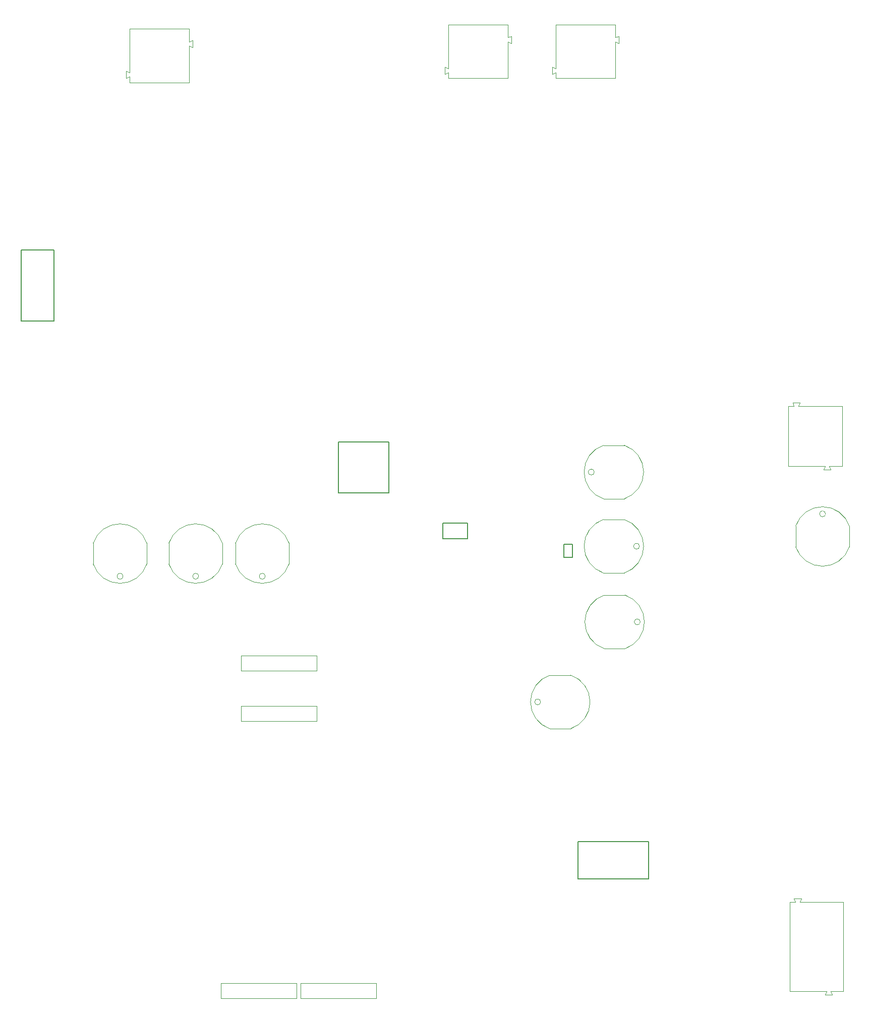
<source format=gbr>
%TF.GenerationSoftware,Altium Limited,Altium Designer,21.6.4 (81)*%
G04 Layer_Color=32768*
%FSLAX43Y43*%
%MOMM*%
%TF.SameCoordinates,76D5CAF9-2094-4FD7-9A7B-915B2AFADFAF*%
%TF.FilePolarity,Positive*%
%TF.FileFunction,Other,Top_3D_Body*%
%TF.Part,Single*%
G01*
G75*
%TA.AperFunction,NonConductor*%
%ADD115C,0.200*%
%ADD126C,0.100*%
D115*
X221745Y33985D02*
Y40235D01*
Y33985D02*
X233595D01*
Y40235D01*
X221745D02*
X233595D01*
X219375Y90175D02*
X220825D01*
X219375Y87975D02*
Y90175D01*
Y87975D02*
X220825D01*
Y90175D01*
X181500Y107375D02*
X190000D01*
X181500Y98875D02*
Y107375D01*
Y98875D02*
X190000D01*
Y107375D01*
X199075Y93775D02*
X203175D01*
Y91175D02*
Y93775D01*
X199075Y91175D02*
X203175D01*
X199075D02*
Y93775D01*
X128300Y139700D02*
X133800D01*
X128300Y127700D02*
Y139700D01*
Y127700D02*
X133800D01*
Y139700D01*
D126*
X226150Y81675D02*
G03*
X226150Y72675I1490J-4500D01*
G01*
X229650D02*
G03*
X229650Y81675I-1490J4500D01*
G01*
X232200Y77175D02*
G03*
X232200Y77175I-500J0D01*
G01*
X258300Y89775D02*
G03*
X267300Y89775I4500J1490D01*
G01*
Y93275D02*
G03*
X258300Y93275I-4500J-1490D01*
G01*
X263300Y95325D02*
G03*
X263300Y95325I-500J0D01*
G01*
X229525Y97850D02*
G03*
X229525Y106850I-1490J4500D01*
G01*
X226025D02*
G03*
X226025Y97850I1490J-4500D01*
G01*
X224475Y102350D02*
G03*
X224475Y102350I-500J0D01*
G01*
X226025Y94383D02*
G03*
X226025Y85383I1490J-4500D01*
G01*
X229525D02*
G03*
X229525Y94383I-1490J4500D01*
G01*
X232075Y89883D02*
G03*
X232075Y89883I-500J0D01*
G01*
X145372Y84850D02*
G03*
X145372Y84850I-500J0D01*
G01*
X140372Y86900D02*
G03*
X149372Y86900I4500J1490D01*
G01*
Y90400D02*
G03*
X140372Y90400I-4500J-1490D01*
G01*
X158065Y84850D02*
G03*
X158065Y84850I-500J0D01*
G01*
X153065Y86900D02*
G03*
X162065Y86900I4500J1490D01*
G01*
Y90400D02*
G03*
X153065Y90400I-4500J-1490D01*
G01*
X169250Y84850D02*
G03*
X169250Y84850I-500J0D01*
G01*
X164250Y86900D02*
G03*
X173250Y86900I4500J1490D01*
G01*
Y90400D02*
G03*
X164250Y90400I-4500J-1490D01*
G01*
X220525Y59225D02*
G03*
X220525Y68225I-1490J4500D01*
G01*
X217025D02*
G03*
X217025Y59225I1490J-4500D01*
G01*
X215475Y63725D02*
G03*
X215475Y63725I-500J0D01*
G01*
X258970Y30090D02*
X259220Y30690D01*
X258020D02*
X259220D01*
X258020D02*
X258270Y30090D01*
X257320D02*
X258270D01*
X258970D02*
X266320D01*
X257320Y15090D02*
Y30090D01*
X266320Y15090D02*
Y30090D01*
X264170Y15090D02*
X266320D01*
X257320D02*
X263470D01*
X263220Y14490D02*
X264420D01*
X264170Y15090D02*
X264420Y14490D01*
X263220D02*
X263470Y15090D01*
X165186Y68943D02*
X177886D01*
X165186Y71483D02*
X177886D01*
Y68943D02*
Y71483D01*
X165186Y68943D02*
Y71483D01*
Y60503D02*
X177886D01*
X165186Y63043D02*
X177886D01*
Y60503D02*
Y63043D01*
X165186Y60503D02*
Y63043D01*
X258725Y113375D02*
X266075D01*
X257075D02*
X258025D01*
X257075Y103375D02*
Y113375D01*
X266075Y103375D02*
Y113375D01*
X263925Y103375D02*
X266075D01*
X257075D02*
X263225D01*
X262975Y102775D02*
X264175D01*
X263925Y103375D02*
X264175Y102775D01*
X262975D02*
X263225Y103375D01*
X257775Y113975D02*
X258025Y113375D01*
X257775Y113975D02*
X258975D01*
X258725Y113375D02*
X258975Y113975D01*
X175141Y16491D02*
X187841D01*
X175141Y13951D02*
X187841D01*
X175141D02*
Y16491D01*
X187841Y13951D02*
Y16491D01*
X226150Y81675D02*
X229650D01*
X226150Y72675D02*
X229650D01*
X258300Y89775D02*
Y93275D01*
X267300Y89775D02*
Y93275D01*
X226025Y97850D02*
X229525D01*
X226025Y106850D02*
X229525D01*
X226025Y94383D02*
X229525D01*
X226025Y85383D02*
X229525D01*
X140372Y86900D02*
Y90400D01*
X149372Y86900D02*
Y90400D01*
X153065Y86900D02*
Y90400D01*
X162065Y86900D02*
Y90400D01*
X164250Y86900D02*
Y90400D01*
X173250Y86900D02*
Y90400D01*
X200000Y170150D02*
Y177500D01*
Y168500D02*
Y169450D01*
Y168500D02*
X210000D01*
X200000Y177500D02*
X210000D01*
Y175350D02*
Y177500D01*
Y168500D02*
Y174650D01*
X210600Y174400D02*
Y175600D01*
X210000Y175350D02*
X210600Y175600D01*
X210000Y174650D02*
X210600Y174400D01*
X199400Y169200D02*
X200000Y169450D01*
X199400Y169200D02*
Y170400D01*
X200000Y170150D01*
X145900Y169700D02*
X146500Y169450D01*
X145900Y168500D02*
Y169700D01*
Y168500D02*
X146500Y168750D01*
X156500Y173950D02*
X157100Y173700D01*
X156500Y174650D02*
X157100Y174900D01*
Y173700D02*
Y174900D01*
X156500Y167800D02*
Y173950D01*
Y174650D02*
Y176800D01*
X146500D02*
X156500D01*
X146500Y167800D02*
X156500D01*
X146500D02*
Y168750D01*
Y169450D02*
Y176800D01*
X174486Y13926D02*
Y16466D01*
X161786Y13926D02*
Y16466D01*
Y13926D02*
X174486D01*
X161786Y16466D02*
X174486D01*
X217025Y59225D02*
X220525D01*
X217025Y68225D02*
X220525D01*
X218000Y170150D02*
Y177500D01*
Y168500D02*
Y169450D01*
Y168500D02*
X228000D01*
X218000Y177500D02*
X228000D01*
Y175350D02*
Y177500D01*
Y168500D02*
Y174650D01*
X228600Y174400D02*
Y175600D01*
X228000Y175350D02*
X228600Y175600D01*
X228000Y174650D02*
X228600Y174400D01*
X217400Y169200D02*
X218000Y169450D01*
X217400Y169200D02*
Y170400D01*
X218000Y170150D01*
%TF.MD5,bc8ed5fb3abbff3e2b19343d553d1eeb*%
M02*

</source>
